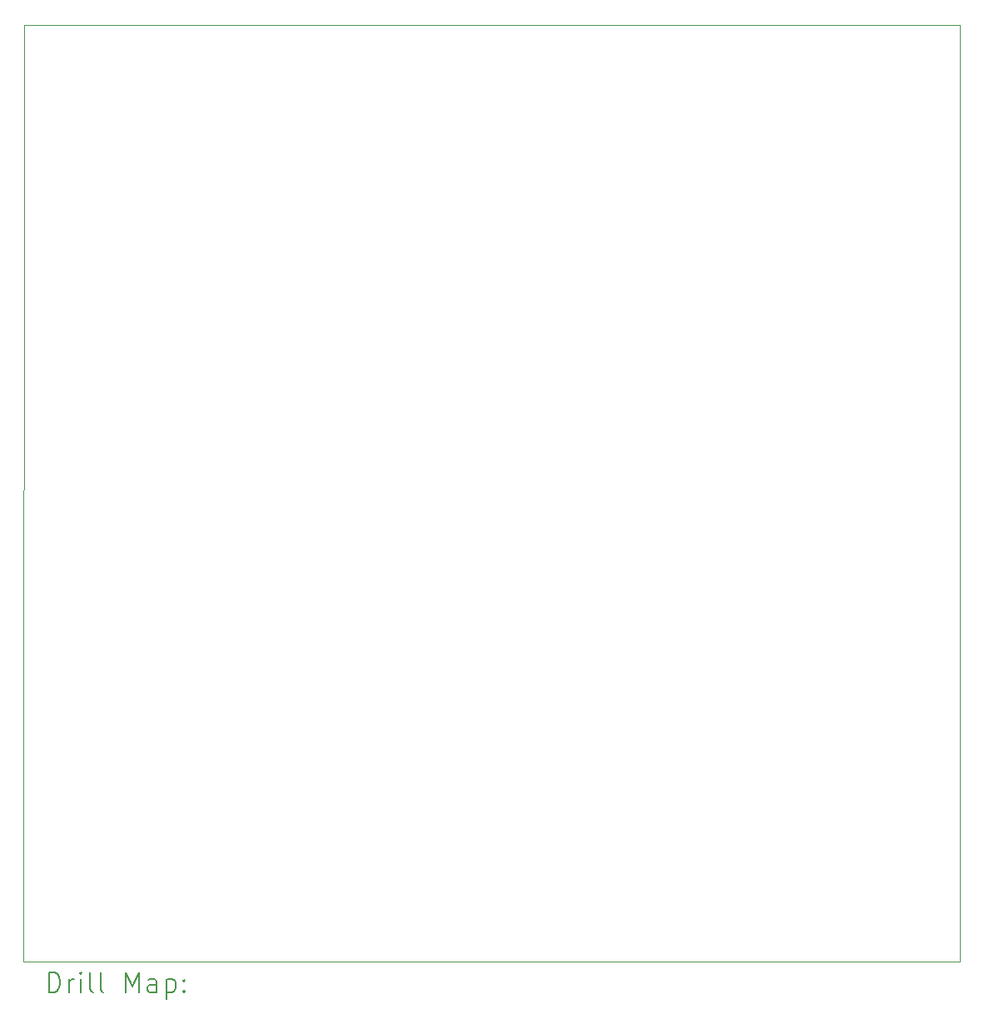
<source format=gbr>
%TF.GenerationSoftware,KiCad,Pcbnew,9.0.6-9.0.6~ubuntu25.04.1*%
%TF.CreationDate,2025-11-16T21:21:57+01:00*%
%TF.ProjectId,CPU,4350552e-6b69-4636-9164-5f7063625858,V0.2*%
%TF.SameCoordinates,Original*%
%TF.FileFunction,Drillmap*%
%TF.FilePolarity,Positive*%
%FSLAX45Y45*%
G04 Gerber Fmt 4.5, Leading zero omitted, Abs format (unit mm)*
G04 Created by KiCad (PCBNEW 9.0.6-9.0.6~ubuntu25.04.1) date 2025-11-16 21:21:57*
%MOMM*%
%LPD*%
G01*
G04 APERTURE LIST*
%ADD10C,0.050000*%
%ADD11C,0.200000*%
G04 APERTURE END LIST*
D10*
X18284400Y-15737000D02*
X18284400Y-6212000D01*
X8764400Y-6212000D02*
X8759400Y-15737000D01*
X8759400Y-15737000D02*
X18284400Y-15737000D01*
X18284400Y-6212000D02*
X8764400Y-6212000D01*
D11*
X9017677Y-16050984D02*
X9017677Y-15850984D01*
X9017677Y-15850984D02*
X9065296Y-15850984D01*
X9065296Y-15850984D02*
X9093867Y-15860508D01*
X9093867Y-15860508D02*
X9112915Y-15879555D01*
X9112915Y-15879555D02*
X9122439Y-15898603D01*
X9122439Y-15898603D02*
X9131963Y-15936698D01*
X9131963Y-15936698D02*
X9131963Y-15965269D01*
X9131963Y-15965269D02*
X9122439Y-16003365D01*
X9122439Y-16003365D02*
X9112915Y-16022412D01*
X9112915Y-16022412D02*
X9093867Y-16041460D01*
X9093867Y-16041460D02*
X9065296Y-16050984D01*
X9065296Y-16050984D02*
X9017677Y-16050984D01*
X9217677Y-16050984D02*
X9217677Y-15917650D01*
X9217677Y-15955746D02*
X9227201Y-15936698D01*
X9227201Y-15936698D02*
X9236724Y-15927174D01*
X9236724Y-15927174D02*
X9255772Y-15917650D01*
X9255772Y-15917650D02*
X9274820Y-15917650D01*
X9341486Y-16050984D02*
X9341486Y-15917650D01*
X9341486Y-15850984D02*
X9331963Y-15860508D01*
X9331963Y-15860508D02*
X9341486Y-15870031D01*
X9341486Y-15870031D02*
X9351010Y-15860508D01*
X9351010Y-15860508D02*
X9341486Y-15850984D01*
X9341486Y-15850984D02*
X9341486Y-15870031D01*
X9465296Y-16050984D02*
X9446248Y-16041460D01*
X9446248Y-16041460D02*
X9436724Y-16022412D01*
X9436724Y-16022412D02*
X9436724Y-15850984D01*
X9570058Y-16050984D02*
X9551010Y-16041460D01*
X9551010Y-16041460D02*
X9541486Y-16022412D01*
X9541486Y-16022412D02*
X9541486Y-15850984D01*
X9798629Y-16050984D02*
X9798629Y-15850984D01*
X9798629Y-15850984D02*
X9865296Y-15993841D01*
X9865296Y-15993841D02*
X9931963Y-15850984D01*
X9931963Y-15850984D02*
X9931963Y-16050984D01*
X10112915Y-16050984D02*
X10112915Y-15946222D01*
X10112915Y-15946222D02*
X10103391Y-15927174D01*
X10103391Y-15927174D02*
X10084344Y-15917650D01*
X10084344Y-15917650D02*
X10046248Y-15917650D01*
X10046248Y-15917650D02*
X10027201Y-15927174D01*
X10112915Y-16041460D02*
X10093867Y-16050984D01*
X10093867Y-16050984D02*
X10046248Y-16050984D01*
X10046248Y-16050984D02*
X10027201Y-16041460D01*
X10027201Y-16041460D02*
X10017677Y-16022412D01*
X10017677Y-16022412D02*
X10017677Y-16003365D01*
X10017677Y-16003365D02*
X10027201Y-15984317D01*
X10027201Y-15984317D02*
X10046248Y-15974793D01*
X10046248Y-15974793D02*
X10093867Y-15974793D01*
X10093867Y-15974793D02*
X10112915Y-15965269D01*
X10208153Y-15917650D02*
X10208153Y-16117650D01*
X10208153Y-15927174D02*
X10227201Y-15917650D01*
X10227201Y-15917650D02*
X10265296Y-15917650D01*
X10265296Y-15917650D02*
X10284344Y-15927174D01*
X10284344Y-15927174D02*
X10293867Y-15936698D01*
X10293867Y-15936698D02*
X10303391Y-15955746D01*
X10303391Y-15955746D02*
X10303391Y-16012888D01*
X10303391Y-16012888D02*
X10293867Y-16031936D01*
X10293867Y-16031936D02*
X10284344Y-16041460D01*
X10284344Y-16041460D02*
X10265296Y-16050984D01*
X10265296Y-16050984D02*
X10227201Y-16050984D01*
X10227201Y-16050984D02*
X10208153Y-16041460D01*
X10389105Y-16031936D02*
X10398629Y-16041460D01*
X10398629Y-16041460D02*
X10389105Y-16050984D01*
X10389105Y-16050984D02*
X10379582Y-16041460D01*
X10379582Y-16041460D02*
X10389105Y-16031936D01*
X10389105Y-16031936D02*
X10389105Y-16050984D01*
X10389105Y-15927174D02*
X10398629Y-15936698D01*
X10398629Y-15936698D02*
X10389105Y-15946222D01*
X10389105Y-15946222D02*
X10379582Y-15936698D01*
X10379582Y-15936698D02*
X10389105Y-15927174D01*
X10389105Y-15927174D02*
X10389105Y-15946222D01*
M02*

</source>
